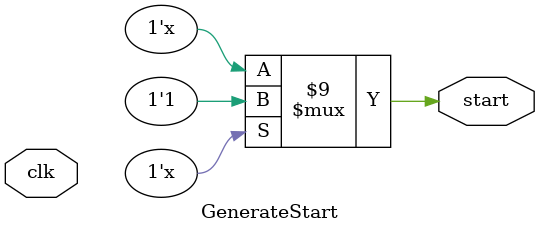
<source format=v>
module GenerateStart(
    input wire clk,
    output reg start
    );
    
    reg mark_old;
    reg [1:0] pulse_width;
    
    initial start = 1'b0;
    
    always @(clk) begin
        if(start == 1'b0) begin
            start = 1'b1;
            pulse_width = 2'b11;
        end
        else begin
            pulse_width = pulse_width - 2'b1;
        end
        
    end
    
endmodule
</source>
